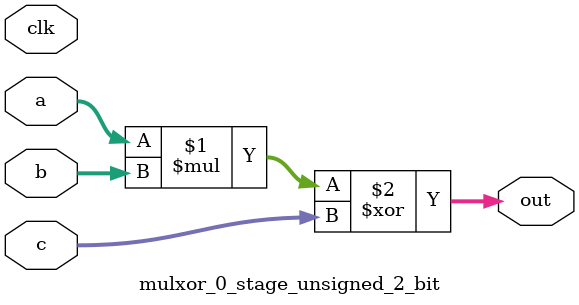
<source format=sv>
(* use_dsp = "yes" *) module mulxor_0_stage_unsigned_2_bit(
	input  [1:0] a,
	input  [1:0] b,
	input  [1:0] c,
	output [1:0] out,
	input clk);

	assign out = (a * b) ^ c;
endmodule

</source>
